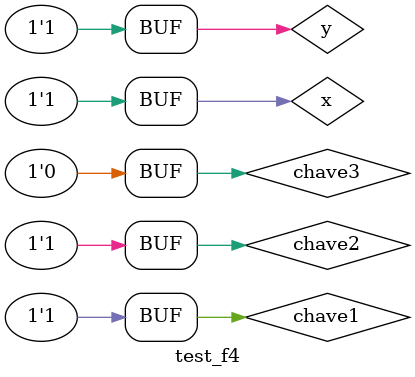
<source format=v>
 
module f4 (output s, input a, input b, input chave1, input chave2, input chave3); 
	wire s0; 
	wire s1; 
	wire s2;
	wire s3;
	wire s4;
	wire s5;
	wire s6;
	
	not(s0, a);
	or or1(s1, a, b);
	nor nor1(s2, a, b);
	and and1(s3, a, b);
	nand nand1(s4, a, b);
	xor xor1(s5, a, b);
	xnor xnor1(s6, a, b);

	assign s = (~chave1 & ~chave2 & ~chave3)? s0:(~chave1 & ~chave2 & chave3)? s1:(~chave1 & chave2 & ~chave3)? s2:(~chave1 & chave2 & chave3)? s3:
	(chave1 & ~chave2 & ~chave3)? s4: (chave1 & ~chave2 & chave3)? s5: (chave1 & chave2 & ~chave3)? s6 : 0;

endmodule // f4 
 
module test_f4; 
// ------------------------- definir dados 
       reg x; 
       reg y; 
       wire z; 
		 reg chave1;
		 reg chave2;
		 reg chave3;
 
       f4 modulo (z, x, y, chave1,chave2,chave3); 
 
// ------------------------- parte principal 
 
   initial begin 
         $display("Exemplo0035 - Marcio Enio G Dutra Junior - 441698"); 
         $display("Test LU's module"); 
			
			  chave1 = 0; chave2 = 0; chave3 = 0;
           x = 1'b0;       y = 1'b0; 
 
   // projetar testes do modulo 
		  $display("NOT A");
   #1   $monitor("%3b %3b = %3b \tC1:%3b C2:%3b C3:%3b",x,y,z,chave1,chave2,chave3); 
	#1   x = 1'b0;  y = 1'b1; 
	#1   x = 1'b1;  y = 1'b0;
	#1   x = 1'b1;  y = 1'b1;
		  $display("OR");
	chave1 = 0; chave2 = 0; chave3 = 1;
	#1   x = 1'b0;  y = 1'b0;
	#1   x = 1'b0;  y = 1'b1; 
	#1   x = 1'b1;  y = 1'b0;
	#1   x = 1'b1;  y = 1'b1;
		  $display("NOR");
	chave1 = 0; chave2 = 1; chave3 = 0;
	#1   x = 1'b0;  y = 1'b0;
	#1   x = 1'b0;  y = 1'b1; 
	#1   x = 1'b1;  y = 1'b0;
	#1   x = 1'b1;  y = 1'b1;
		  $display("AND");
	chave1 = 0; chave2 = 1; chave3 = 1;
	#1   x = 1'b0;  y = 1'b0;
	#1   x = 1'b0;  y = 1'b1; 
	#1   x = 1'b1;  y = 1'b0;
	#1   x = 1'b1;  y = 1'b1;
		  $display("NAND");
	chave1 = 1; chave2 = 0; chave3 = 0;
	#1   x = 1'b0;  y = 1'b0;
	#1   x = 1'b0;  y = 1'b1; 
	#1   x = 1'b1;  y = 1'b0;
	#1   x = 1'b1;  y = 1'b1;
		  $display("XOR");
	chave1 = 1; chave2 = 0; chave3 = 1;
	#1   x = 1'b0;  y = 1'b0;
	#1   x = 1'b0;  y = 1'b1; 
	#1   x = 1'b1;  y = 1'b0;
	#1   x = 1'b1;  y = 1'b1;
		  $display("XNOR");
	chave1 = 1; chave2 = 1; chave3 = 0;
	#1   x = 1'b0;  y = 1'b0;
	#1   x = 1'b0;  y = 1'b1; 
	#1   x = 1'b1;  y = 1'b0;
	#1   x = 1'b1;  y = 1'b1;
 
   end 
 
endmodule // test_f4
</source>
